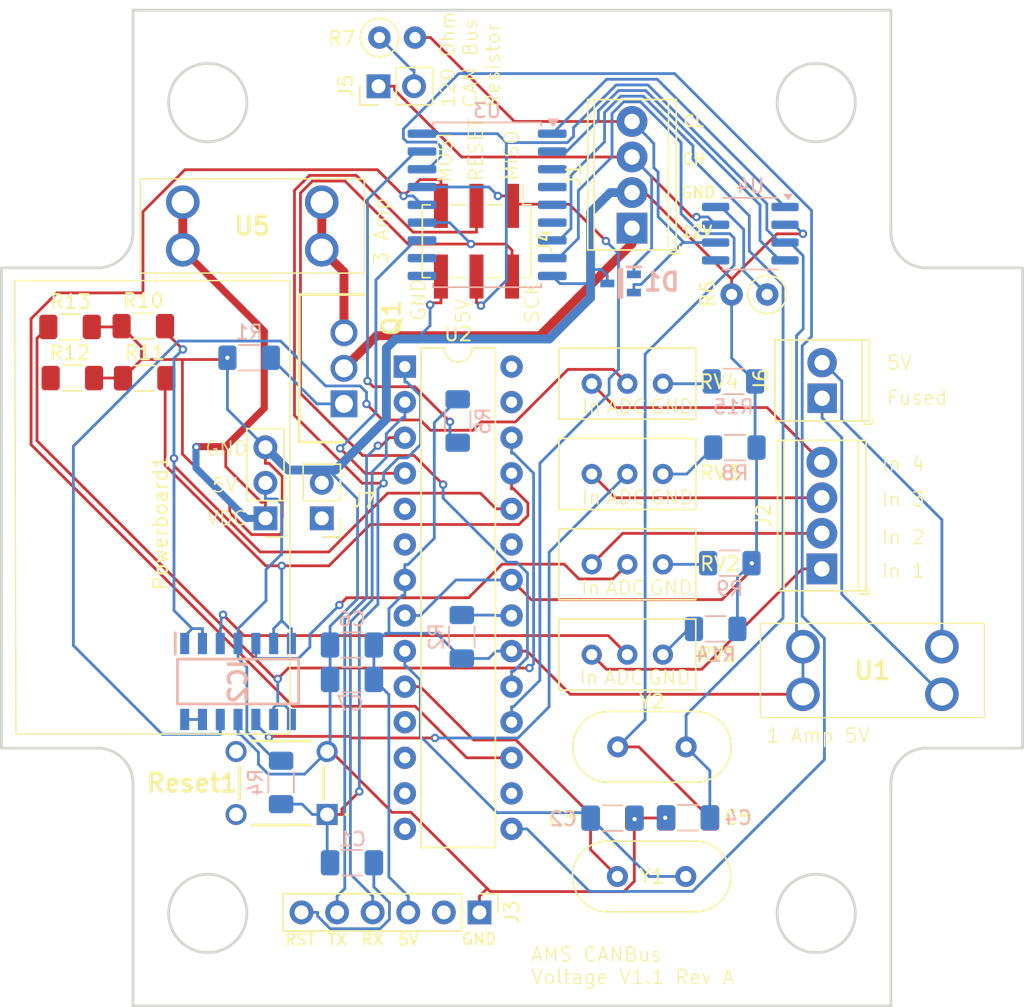
<source format=kicad_pcb>
(kicad_pcb (version 20241229) (generator "pcbnew") (generator_version "9.0")
  (layers (0 "F.Cu" signal) (2 "B.Cu" signal) (13 "F.Paste" user) (15 "B.Paste" user) (5 "F.SilkS" user "F.Silkscreen") (7 "B.SilkS" user "B.Silkscreen") (1 "F.Mask" user) (3 "B.Mask" user) (25 "Edge.Cuts" user))
  (net 0 "")
  (net 1 "GND")
  (net 2 "/BareMinAtmel328P/RESET")
  (net 3 "+5V")
  (net 4 "CANBUS_L")
  (net 5 "CANBUS_H")
  (net 6 "/BareMinAtmel328P/PB5-D13-SCK")
  (net 7 "/BareMinAtmel328P/PB3-D11-MOSI")
  (net 8 "/BareMinAtmel328P/PB4-D12-MISO")
  (net 9 "/BareMinAtmel328P/PD0-RX")
  (net 10 "/BareMinAtmel328P/PD1-TX")
  (net 11 "+VDC")
  (net 12 "/BareMinAtmel328P/PC2-A2")
  (net 13 "/BareMinAtmel328P/PD4-D4")
  (net 14 "/BareMinAtmel328P/PB0-D8")
  (net 15 "/BareMinAtmel328P/PC4-A4-SDA")
  (net 16 "/BareMinAtmel328P/PD7-D7")
  (net 17 "/BareMinAtmel328P/PD6-D6")
  (net 18 "/BareMinAtmel328P/PC1-A1")
  (net 19 "/BareMinAtmel328P/PB2-D10-SS")
  (net 20 "SCL")
  (net 21 "/BareMinAtmel328P/PD3-D3")
  (net 22 "/BareMinAtmel328P/PD5-D5")
  (net 23 "/BareMinAtmel328P/PC3-A3")
  (net 24 "/BareMinAtmel328P/PC0-A0")
  (net 25 "Net-(Q1-Pad1)")
  (net 26 "Net-(Q1-Pad3)")
  (net 27 "/BareMinAtmel328P/AREF")
  (net 30 "/BareMinAtmel328P/PB1-D9")
  (net 31 "/BareMinAtmel328P/PD2-D2")
  (net 32 "/CANBUS-MCP2515/RXtoCANTC")
  (net 33 "/CANBUS-MCP2515/TXtoCANTC")
  (net 34 "Net-(J3-Pin_6)")
  (net 35 "Net-(U2-XTAL1{slash}PB6)")
  (net 36 "Net-(U2-XTAL2{slash}PB7)")
  (net 37 "Net-(U3-OSC2)")
  (net 38 "Net-(U3-OSC1)")
  (net 39 "/BufferedADC/ADCIN1")
  (net 40 "/BufferedADC/ADCIN4")
  (net 41 "/BufferedADC/ADCIN2")
  (net 42 "/BufferedADC/ADCIN3")
  (net 43 "Net-(J1-Pin_1)")
  (net 44 "Net-(J2-Pin_2)")
  (net 45 "Net-(J2-Pin_3)")
  (net 46 "Net-(J2-Pin_4)")
  (net 47 "Net-(J2-Pin_1)")
  (net 49 "Net-(J5-Pin_2)")
  (net 50 "Net-(U3-~{RESET})")
  (net 51 "Net-(U4-Rs)")
  (net 59 "Net-(J6-Pin_2)")
  (net 60 "Net-(J6-Pin_1)")
  (net 61 "Net-(R8-Pad1)")
  (net 62 "Net-(R9-Pad1)")
  (net 63 "Net-(R14-Pad1)")
  (net 64 "Net-(R15-Pad1)")
  (net 65 "SDA")
  (footprint "Resistor_SMD:R_1206_3216Metric_Pad1.30x1.75mm_HandSolder" (layer "F.Cu") (at 122.2604 78.8725)
    (property "Reference" "R10")
    (property "Value" "47K")
  )
  (footprint "Capacitor_SMD:C_1206_3216Metric_Pad1.33x1.80mm_HandSolder" (layer "F.Cu") (at 155.7495 114.0148)
    (property "Reference" "C3")
    (property "Value" "22pf")
  )
  (footprint "Potentiometer_THT:Potentiometer_Bourns_3296W_Vertical" (layer "F.Cu") (at 154.2744 95.8852 180)
    (property "Reference" "RV2")
    (property "Value" "200k")
  )
  (footprint "TerminalBlock_TE-Connectivity:TerminalBlock_TE_282834-2_1x02_P2.54mm_Horizontal" (layer "F.Cu") (at 170.718 84.0223 90)
    (property "Reference" "J6")
    (property "Value" "Screw_Terminal_01x02")
  )
  (footprint "Potentiometer_THT:Potentiometer_Bourns_3296W_Vertical" (layer "F.Cu") (at 154.2744 89.4352 180)
    (property "Reference" "RV3")
    (property "Value" "200k")
  )
  (footprint "Resistor_THT:R_Axial_DIN0207_L6.3mm_D2.5mm_P2.54mm_Vertical" (layer "F.Cu") (at 139.1161 58.2607)
    (property "Reference" "R7")
    (property "Value" "120")
  )
  (footprint "TerminalBlock_Phoenix:TerminalBlock_Phoenix_MPT-0,5-4-2.54_1x04_P2.54mm_Horizontal" (layer "F.Cu") (at 157.148 71.8728 90)
    (property "Reference" "J1")
    (property "Value" "Power_And_CAN")
  )
  (footprint "Resistor_SMD:R_1206_3216Metric_Pad1.30x1.75mm_HandSolder" (layer "F.Cu") (at 117.0307 78.9287 180)
    (property "Reference" "R13")
    (property "Value" "47K")
  )
  (footprint "Connector_PinHeader_2.54mm:PinHeader_1x06_P2.54mm_Vertical" (layer "F.Cu") (at 146.2546 120.7442 -90)
    (property "Reference" "J3")
    (property "Value" "TTL_Programmer")
  )
  (footprint "Potentiometer_THT:Potentiometer_Bourns_3296W_Vertical" (layer "F.Cu") (at 154.2744 102.3352 180)
    (property "Reference" "RV1")
    (property "Value" "200k")
  )
  (footprint "SamacSys_Parts:3568" (layer "F.Cu") (at 134.9995 70.018 180)
    (property "Reference" "U5")
    (property "Value" "3568" (hide yes))
  )
  (footprint "Resistor_THT:R_Axial_DIN0207_L6.3mm_D2.5mm_P2.54mm_Vertical" (layer "F.Cu") (at 166.7991 76.611 180)
    (property "Reference" "R6")
    (property "Value" "17k")
  )
  (footprint "Resistor_SMD:R_1206_3216Metric_Pad1.30x1.75mm_HandSolder" (layer "F.Cu") (at 117.1942 82.5796 180)
    (property "Reference" "R12")
    (property "Value" "47K")
  )
  (footprint "Resistor_SMD:R_1206_3216Metric_Pad1.30x1.75mm_HandSolder" (layer "F.Cu") (at 122.3585 82.5931)
    (property "Reference" "R11")
    (property "Value" "47K")
  )
  (footprint "Connector_PinHeader_2.54mm:PinHeader_1x02_P2.54mm_Vertical" (layer "F.Cu") (at 135 92.6026 180)
    (property "Reference" "J7")
    (property "Value" "Conn_01x02")
  )
  (footprint "Connector_PinHeader_2.54mm:PinHeader_1x03_P2.54mm_Vertical" (layer "F.Cu") (at 130.9763 92.6026 180)
    (property "Reference" "Powerboard1")
    (property "Value" "Conn_01x03" (hide yes))
  )
  (footprint "Connector_PinHeader_2.54mm:PinHeader_2x03_P2.54mm_Vertical_SMD" (layer "F.Cu") (at 146.0451 72.807 -90)
    (property "Reference" "J4")
    (property "Value" "ICSP")
  )
  (footprint "Package_DIP:DIP-28_W7.62mm" (layer "F.Cu") (at 140.9295 81.7618)
    (property "Reference" "U2")
    (property "Value" "ATmega328P-P")
  )
  (footprint "Connector_PinHeader_2.54mm:PinHeader_1x02_P2.54mm_Vertical" (layer "F.Cu") (at 139.0496 61.7385 90)
    (property "Reference" "J5")
    (property "Value" "Conn_01x02")
  )
  (footprint "SamacSys_Parts:TO254P469X1042X1967-3P" (layer "F.Cu") (at 136.586 84.4236 90)
    (property "Reference" "Q1")
    (property "Value" "IRF9Z34NPBF" (hide yes))
  )
  (footprint "TerminalBlock_Phoenix:TerminalBlock_Phoenix_MPT-0,5-4-2.54_1x04_P2.54mm_Horizontal" (layer "F.Cu") (at 170.699 96.2121 90)
    (property "Reference" "J2")
    (property "Value" "Power_And_CAN")
  )
  (footprint "Potentiometer_THT:Potentiometer_Bourns_3296W_Vertical" (layer "F.Cu") (at 154.2744 82.9852 180)
    (property "Reference" "RV4")
    (property "Value" "200k")
  )
  (footprint "Crystal:Crystal_HC49-U_Vertical" (layer "F.Cu") (at 156.1297 108.9236)
    (property "Reference" "Y2")
    (property "Value" "16MHz")
  )
  (footprint "SamacSys_Parts:TS0266160BK260LCRD" (layer "F.Cu") (at 135.3853 113.7525 180)
    (property "Reference" "Reset1")
    (property "Value" "TS02-66-160-BK-260-LCR-D" (hide yes))
  )
  (footprint "Capacitor_SMD:C_1206_3216Metric_Pad1.33x1.80mm_HandSolder" (layer "F.Cu") (at 161.1495 114.0025 180)
    (property "Reference" "C5")
    (property "Value" "22pf")
  )
  (footprint "Crystal:Crystal_HC49-U_Vertical" (layer "F.Cu") (at 156.1048 118.178)
    (property "Reference" "Y1")
    (property "Value" "16MHz")
  )
  (footprint "SamacSys_Parts:3568" (layer "F.Cu") (at 179.2705 101.7662 180)
    (property "Reference" "U1")
    (property "Value" "3568" (hide yes))
  )
  (footprint "Capacitor_SMD:C_1206_3216Metric_Pad1.33x1.80mm_HandSolder" (layer "B.Cu") (at 155.762 114.0083)
    (property "Reference" "C2")
    (property "Value" "22pf")
  )
  (footprint "Package_SO:SOIC-8_3.9x4.9mm_P1.27mm" (layer "B.Cu") (at 165.5938 72.266 180)
    (property "Reference" "U4")
    (property "Value" "MCP2551-I-SN")
  )
  (footprint "Resistor_SMD:R_1206_3216Metric_Pad1.30x1.75mm_HandSolder" (layer "B.Cu") (at 164.488988 87.547934)
    (property "Reference" "R8")
    (property "Value" "1k")
  )
  (footprint "Resistor_SMD:R_1206_3216Metric_Pad1.30x1.75mm_HandSolder" (layer "B.Cu") (at 129.8143 81.1293 180)
    (property "Reference" "R1")
    (property "Value" "10k")
  )
  (footprint "Resistor_SMD:R_1206_3216Metric_Pad1.30x1.75mm_HandSolder" (layer "B.Cu") (at 132.0964 111.4623 -90)
    (property "Reference" "R4")
    (property "Value" "10k")
  )
  (footprint "Resistor_SMD:R_1206_3216Metric_Pad1.30x1.75mm_HandSolder" (layer "B.Cu") (at 164.383854 82.820428)
    (property "Reference" "R15")
    (property "Value" "1k")
  )
  (footprint "Capacitor_SMD:C_1206_3216Metric_Pad1.33x1.80mm_HandSolder" (layer "B.Cu") (at 161.1395 113.9834 180)
    (property "Reference" "C4")
    (property "Value" "22pf")
  )
  (footprint "Package_SO:SOIC-18W_7.5x11.6mm_P1.27mm" (layer "B.Cu") (at 146.8051 70.207 180)
    (property "Reference" "U3")
    (property "Value" "MCP2515-xSO")
  )
  (footprint "SamacSys_Parts:SOIC127P600X175-14N" (layer "B.Cu") (at 129.0233 104.2533 -90)
    (property "Reference" "IC2")
    (property "Value" "OPA4340UA" (hide yes))
  )
  (footprint "Resistor_SMD:R_1206_3216Metric_Pad1.30x1.75mm_HandSolder" (layer "B.Cu") (at 144.703 85.6468 90)
    (property "Reference" "R5")
    (property "Value" "10k")
  )
  (footprint "Capacitor_SMD:C_1206_3216Metric_Pad1.33x1.80mm_HandSolder" (layer "B.Cu") (at 137.1546 117.1997 180)
    (property "Reference" "C1")
    (property "Value" "100nf")
  )
  (footprint "Resistor_SMD:R_1206_3216Metric_Pad1.30x1.75mm_HandSolder" (layer "B.Cu") (at 163.121669 100.494307)
    (property "Reference" "R14")
    (property "Value" "1k")
  )
  (footprint "Resistor_SMD:R_1206_3216Metric_Pad1.30x1.75mm_HandSolder" (layer "B.Cu") (at 164.128429 95.803791)
    (property "Reference" "R9")
    (property "Value" "1k")
  )
  (footprint "Resistor_SMD:R_1206_3216Metric_Pad1.30x1.75mm_HandSolder" (layer "B.Cu") (at 144.9956 101.059 -90)
    (property "Reference" "R2")
    (property "Value" "4.7k")
  )
  (footprint "Capacitor_SMD:C_1206_3216Metric_Pad1.33x1.80mm_HandSolder" (layer "B.Cu") (at 137.1573 104.1156 180)
    (property "Reference" "C7")
    (property "Value" "100nf")
  )
  (footprint "SamacSys_Parts:SOT65P210X110-3N" (layer "B.Cu") (at 156.3314 75.8236 180)
    (property "Reference" "D1")
    (property "Value" "PESD5V0L2UU,115" (hide yes))
  )
  (footprint "Capacitor_SMD:C_1206_3216Metric_Pad1.33x1.80mm_HandSolder" (layer "B.Cu") (at 137.1536 101.6457 180)
    (property "Reference" "C6")
    (property "Value" "100nf")
  )
  (gr_line (start 132.728538 75.617463) (end 132.728538 108.002463) (stroke (width 0.1)) (layer "F.SilkS"))
  (gr_line (start 113.077021 75.617463) (end 113.170538 108.002463) (stroke (width 0.1)) (layer "F.SilkS"))
  (gr_line (start 132.728538 108.002463) (end 113.170538 108.002463) (stroke (width 0.1)) (layer "F.SilkS"))
  (gr_line (start 132.728538 75.617463) (end 113.077021 75.617463) (stroke (width 0.1)) (layer "F.SilkS"))
  (gr_curve (pts (xy 175.629317 111.545738) (xy 175.629317 110.142934) (xy 176.766514 109.005738) (xy 178.169317 109.005738)) (stroke (width 0.2)) (layer "Edge.Cuts"))
  (gr_line (start 121.5273 56.300729) (end 121.5273 72.175733) (stroke (width 0.2)) (layer "Edge.Cuts"))
  (gr_curve (pts (xy 118.9873 109.005738) (xy 120.390104 109.005738) (xy 121.5273 110.142934) (xy 121.5273 111.545738)) (stroke (width 0.2)) (layer "Edge.Cuts"))
  (gr_circle (center 170.295309 62.904725) (end 173.089309 62.904725) (stroke (width 0.2)) (fill no) (layer "Edge.Cuts"))
  (gr_line (start 175.629317 127.420721) (end 175.629317 111.545738) (stroke (width 0.2)) (layer "Edge.Cuts"))
  (gr_line (start 185.0273 74.715733) (end 178.169317 74.715733) (stroke (width 0.2)) (layer "Edge.Cuts"))
  (gr_line (start 118.9873 74.715733) (end 112.129317 74.715733) (stroke (width 0.2)) (layer "Edge.Cuts"))
  (gr_curve (pts (xy 121.5273 72.175733) (xy 121.5273 73.578537) (xy 120.390104 74.715733) (xy 118.9873 74.715733)) (stroke (width 0.2)) (layer "Edge.Cuts"))
  (gr_line (start 121.5273 111.545738) (end 121.5273 127.420721) (stroke (width 0.2)) (layer "Edge.Cuts"))
  (gr_line (start 112.129317 74.715733) (end 112.129317 109.005738) (stroke (width 0.2)) (layer "Edge.Cuts"))
  (gr_line (start 121.5273 127.420721) (end 175.629317 127.420721) (stroke (width 0.2)) (layer "Edge.Cuts"))
  (gr_circle (center 170.295309 120.816725) (end 173.089309 120.816725) (stroke (width 0.2)) (fill no) (layer "Edge.Cuts"))
  (gr_line (start 175.629317 56.300729) (end 121.5273 56.300729) (stroke (width 0.2)) (layer "Edge.Cuts"))
  (gr_line (start 178.169317 109.005738) (end 185.0273 109.005738) (stroke (width 0.2)) (layer "Edge.Cuts"))
  (gr_circle (center 126.861309 62.904725) (end 129.655309 62.904725) (stroke (width 0.2)) (fill no) (layer "Edge.Cuts"))
  (gr_line (start 185.0273 109.005738) (end 185.0273 74.715733) (stroke (width 0.2)) (layer "Edge.Cuts"))
  (gr_line (start 112.129317 109.005738) (end 118.9873 109.005738) (stroke (width 0.2)) (layer "Edge.Cuts"))
  (gr_circle (center 126.861309 120.816725) (end 129.655309 120.816725) (stroke (width 0.2)) (fill no) (layer "Edge.Cuts"))
  (gr_curve (pts (xy 178.169317 74.715733) (xy 176.766514 74.715733) (xy 175.629317 73.578537) (xy 175.629317 72.175733)) (stroke (width 0.2)) (layer "Edge.Cuts"))
  (gr_line (start 175.629317 72.175733) (end 175.629317 56.300729) (stroke (width 0.2)) (layer "Edge.Cuts"))
  (gr_text "GND" (at 142.490484 78.577179 90) (layer "F.SilkS") (effects (font (size 1 1) (thickness 0.1)) (justify left bottom)))
  (gr_text "120 Ohm \nCAN Bus \nResistor" (at 147.795716 63.344447 90) (layer "F.SilkS") (effects (font (size 1 1) (thickness 0.1)) (justify left bottom)))
  (gr_text "Fused" (at 175.267294 84.559707 0) (layer "F.SilkS") (effects (font (size 1 1) (thickness 0.1)) (justify left bottom)))
  (gr_text "In 2" (at 174.901724 94.540092 0) (layer "F.SilkS") (effects (font (size 1 1) (thickness 0.1)) (justify left bottom)))
  (gr_text "GND" (at 158.401355 85.211499 0) (layer "F.SilkS") (effects (font (size 1 1) (thickness 0.1)) (justify left bottom)))
  (gr_text "In 1" (at 174.901724 96.930586 0) (layer "F.SilkS") (effects (font (size 1 1) (thickness 0.1)) (justify left bottom)))
  (gr_text "GND" (at 158.3953 91.699028 0) (layer "F.SilkS") (effects (font (size 1 1) (thickness 0.1)) (justify left bottom)))
  (gr_text "CH" (at 160.638887 67.408059 0) (layer "F.SilkS") (effects (font (size 0.8 0.8) (thickness 0.15) (bold yes)) (justify left bottom)))
  (gr_text "In 3" (at 174.901724 91.841147 0) (layer "F.SilkS") (effects (font (size 1 1) (thickness 0.1)) (justify left bottom)))
  (gr_text "CL" (at 160.718628 64.696854 0) (layer "F.SilkS") (effects (font (size 0.8 0.8) (thickness 0.15) (bold yes)) (justify left bottom)))
  (gr_text "ADC" (at 155.199948 98.144199 0) (layer "F.SilkS") (effects (font (size 1 1) (thickness 0.1)) (justify left bottom)))
  (gr_text "SCK" (at 150.595068 78.714346 90) (layer "F.SilkS") (effects (font (size 1 1) (thickness 0.1)) (justify left bottom)))
  (gr_text "GND" (at 144.902849 123.130049 0) (layer "F.SilkS") (effects (font (size 0.8 0.8) (thickness 0.15) (bold yes)) (justify left bottom)))
  (gr_text "ADC" (at 155.260469 85.211499 0) (layer "F.SilkS") (effects (font (size 1 1) (thickness 0.1)) (justify left bottom)))
  (gr_text "In " (at 153.438873 98.144199 0) (layer "F.SilkS") (effects (font (size 1 1) (thickness 0.1)) (justify left bottom)))
  (gr_text "RST" (at 132.279025 123.156799 0) (layer "F.SilkS") (effects (font (size 0.8 0.8) (thickness 0.15) (bold yes)) (justify left bottom)))
  (gr_text "5V" (at 140.358383 123.156799 0) (layer "F.SilkS") (effects (font (size 0.8 0.8) (thickness 0.15) (bold yes)) (justify left bottom)))
  (gr_text "5V" (at 175.267294 82.066396 0) (layer "F.SilkS") (effects (font (size 1 1) (thickness 0.1)) (justify left bottom)))
  (gr_text "MOSI" (at 144.39639 68.697574 90) (layer "F.SilkS") (effects (font (size 1 1) (thickness 0.1)) (justify left bottom)))
  (gr_text "In " (at 153.493339 91.699028 0) (layer "F.SilkS") (effects (font (size 1 1) (thickness 0.1)) (justify left bottom)))
  (gr_text "GND" (at 160.559146 69.800299 0) (layer "F.SilkS") (effects (font (size 0.8 0.8) (thickness 0.15) (bold yes)) (justify left bottom)))
  (gr_text "GND" (at 158.218285 104.557597 0) (layer "F.SilkS") (effects (font (size 1 1) (thickness 0.1)) (justify left bottom)))
  (gr_text "RX" (at 137.744473 123.144293 0) (layer "F.SilkS") (effects (font (size 0.8 0.8) (thickness 0.15) (bold yes)) (justify left bottom)))
  (gr_text "GND" (at 126.612709 88.188441 0) (layer "F.SilkS") (effects (font (size 1 1) (thickness 0.1)) (justify left bottom)))
  (gr_text "ADC" (at 155.077399 104.557597 0) (layer "F.SilkS") (effects (font (size 1 1) (thickness 0.1)) (justify left bottom)))
  (gr_text "In " (at 153.316324 104.557597 0) (layer "F.SilkS") (effects (font (size 1 1) (thickness 0.1)) (justify left bottom)))
  (gr_text "TX" (at 135.318165 123.169306 0) (layer "F.SilkS") (effects (font (size 0.8 0.8) (thickness 0.15) (bold yes)) (justify left bottom)))
  (gr_text "12V" (at 160.559146 72.591246 0) (layer "F.SilkS") (effects (font (size 0.8 0.8) (thickness 0.15) (bold yes)) (justify left bottom)))
  (gr_text "AMS CANBus\nVoltage V1.1 Rev A" (at 149.872383 125.946237 0) (layer "F.SilkS") (effects (font (size 1 1) (thickness 0.1)) (justify left bottom)))
  (gr_text "In " (at 153.499394 85.211499 0) (layer "F.SilkS") (effects (font (size 1 1) (thickness 0.1)) (justify left bottom)))
  (gr_text "5V" (at 127.091727 90.818777 0) (layer "F.SilkS") (effects (font (size 1 1) (thickness 0.1)) (justify left bottom)))
  (gr_text "3 Amp" (at 139.829903 74.55505 90) (layer "F.SilkS") (effects (font (size 1 1) (thickness 0.1)) (justify left bottom)))
  (gr_text "ADC" (at 155.254414 91.699028 0) (layer "F.SilkS") (effects (font (size 1 1) (thickness 0.1)) (justify left bottom)))
  (gr_text "In 4\n" (at 174.901724 89.296428 0) (layer "F.SilkS") (effects (font (size 1 1) (thickness 0.1)) (justify left bottom)))
  (gr_text "GND" (at 158.340834 98.144199 0) (layer "F.SilkS") (effects (font (size 1 1) (thickness 0.1)) (justify left bottom)))
  (gr_text "VDC" (at 126.730054 93.184004 0) (layer "F.SilkS") (effects (font (size 1 1) (thickness 0.1)) (justify left bottom)))
  (gr_text "MISO" (at 149.134678 68.555049 90) (layer "F.SilkS") (effects (font (size 1 1) (thickness 0.1)) (justify left bottom)))
  (gr_text "1 Amp 5V" (at 166.686005 108.694535 0) (layer "F.SilkS") (effects (font (size 1 1) (thickness 0.1)) (justify left bottom)))
  (gr_text "RESET" (at 146.592921 68.609515 90) (layer "F.SilkS") (effects (font (size 1 1) (thickness 0.1)) (justify left bottom)))
  (gr_text "5V" (at 145.665874 78.768812 90) (layer "F.SilkS") (effects (font (size 1 1) (thickness 0.1)) (justify left bottom)))
  (segment (start 120.8085 82.5796) (end 122.1316 81.2565) (width 0.2) (layer "F.Cu") (net 1))
  (segment (start 128.4299 92.1936) (end 129.9961 93.7598) (width 0.2) (layer "F.Cu") (net 1))
  (segment (start 131.9896 93.7598) (end 132.1778 93.5716) (width 0.2) (layer "F.Cu") (net 1))
  (segment (start 146.2546 119.5925) (end 146.8092 119.0379) (width 0.2) (layer "F.Cu") (net 1))
  (segment (start 120.7104 78.9287) (end 118.5807 78.9287) (width 0.2) (layer "F.Cu") (net 1))
  (segment (start 141.3716 113.6003) (end 140.0225 113.6003) (width 0.2) (layer "F.Cu") (net 1))
  (segment (start 130.9763 87.5226) (end 130.9763 88.6743) (width 0.2) (layer "F.Cu") (net 1))
  (segment (start 120.8085 82.5796) (end 118.7442 82.5796) (width 0.2) (layer "F.Cu") (net 1))
  (segment (start 125.0503 81.2565) (end 125.0503 88.0031) (width 0.2) (layer "F.Cu") (net 1))
  (segment (start 125.0503 88.0031) (end 128.4299 91.3827) (width 0.2) (layer "F.Cu") (net 1))
  (segment (start 128.1371 81.2565) (end 128.2643 81.1293) (width 0.2) (layer "F.Cu") (net 1))
  (segment (start 143.5051 75.332) (end 143.5051 77.2087) (width 0.2) (layer "F.Cu") (net 1))
  (segment (start 165.696705 95.807912) (end 165.696705 96.273605) (width 0.2) (layer "F.Cu") (net 1))
  (segment (start 146.8092 119.0379) (end 141.3716 113.6003) (width 0.2) (layer "F.Cu") (net 1))
  (segment (start 156.574 119.2574) (end 147.0287 119.2574) (width 0.2) (layer "F.Cu") (net 1))
  (segment (start 157.312 114.0148) (end 157.312 114.064873) (width 0.2) (layer "F.Cu") (net 1))
  (segment (start 149.952746 98.405046) (end 163.565264 98.405046) (width 0.2) (layer "F.Cu") (net 1))
  (segment (start 157.33321 114.086083) (end 157.416793 114.0025) (width 0.2) (layer "F.Cu") (net 1))
  (segment (start 147.0287 119.2574) (end 146.8092 119.0379) (width 0.2) (layer "F.Cu") (net 1))
  (segment (start 122.1316 80.3499) (end 120.7104 78.9287) (width 0.2) (layer "F.Cu") (net 1))
  (segment (start 157.312 114.107293) (end 157.312 118.5194) (width 0.2) (layer "F.Cu") (net 1))
  (segment (start 146.2546 120.7442) (end 146.2546 119.5925) (width 0.2) (layer "F.Cu") (net 1))
  (segment (start 132.1778 89.6073) (end 131.2448 88.6743) (width 0.2) (layer "F.Cu") (net 1))
  (segment (start 157.312 114.064873) (end 157.33321 114.086083) (width 0.2) (layer "F.Cu") (net 1))
  (segment (start 140.0225 113.6003) (end 135.6747 109.2525) (width 0.2) (layer "F.Cu") (net 1))
  (segment (start 122.1316 81.2565) (end 128.1371 81.2565) (width 0.2) (layer "F.Cu") (net 1))
  (segment (start 164.2591 75.51) (end 167.49 72.2791) (width 0.2) (layer "F.Cu") (net 1))
  (segment (start 148.5495 97.0018) (end 149.952746 98.405046) (width 0.2) (layer "F.Cu") (net 1))
  (segment (start 143.5051 77.2087) (end 142.8678 77.2087) (width 0.2) (layer "F.Cu") (net 1))
  (segment (start 165.696705 96.273605) (end 163.565264 98.405046) (width 0.2) (layer "F.Cu") (net 1))
  (segment (start 157.312 118.5194) (end 156.574 119.2574) (width 0.2) (layer "F.Cu") (net 1))
  (segment (start 122.1316 81.2565) (end 122.1316 80.3499) (width 0.2) (layer "F.Cu") (net 1))
  (segment (start 128.4299 91.3827) (end 128.4299 92.1936) (width 0.2) (layer "F.Cu") (net 1))
  (segment (start 131.2448 88.6743) (end 130.9763 88.6743) (width 0.2) (layer "F.Cu") (net 1))
  (segment (start 164.2591 76.611) (end 164.2591 75.51) (width 0.2) (layer "F.Cu") (net 1))
  (segment (start 167.49 72.2791) (end 169.3534 72.2791) (width 0.2) (layer "F.Cu") (net 1))
  (segment (start 158.0819 69.3328) (end 164.2591 75.51) (width 0.2) (layer "F.Cu") (net 1))
  (segment (start 129.9961 93.7598) (end 131.9896 93.7598) (width 0.2) (layer "F.Cu") (net 1))
  (segment (start 157.33321 114.086083) (end 157.312 114.107293) (width 0.2) (layer "F.Cu") (net 1))
  (segment (start 142.8678 77.2087) (end 142.731 77.3455) (width 0.2) (layer "F.Cu") (net 1))
  (segment (start 132.1778 93.5716) (end 132.1778 89.6073) (width 0.2) (layer "F.Cu") (net 1))
  (segment (start 157.416793 114.0025) (end 159.587 114.0025) (width 0.2) (layer "F.Cu") (net 1))
  (via (at 142.731 77.3455) (size 0.6) (drill 0.3) (layers "F.Cu" "B.Cu") (net 1))
  (via (at 159.518385 113.990557) (size 0.6) (drill 0.3) (layers "F.Cu" "B.Cu") (net 1))
  (via (at 157.33321 114.086083) (size 0.6) (drill 0.3) (layers "F.Cu" "B.Cu") (net 1))
  (via (at 169.3534 72.2791) (size 0.6) (drill 0.3) (layers "F.Cu" "B.Cu") (net 1))
  (via (at 165.696705 95.807912) (size 0.6) (drill 0.3) (layers "F.Cu" "B.Cu") (net 1))
  (via (at 128.2643 81.1293) (size 0.6) (drill 0.3) (layers "F.Cu" "B.Cu") (net 1))
  (segment (start 151.245 79.7892) (end 154.187 76.848) (width 0.635) (layer "B.Cu") (net 1))
  (segment (start 164.671669 96.810551) (end 165.674308 95.807912) (width 0.2) (layer "B.Cu") (net 1))
  (segment (start 166.038988 87.547934) (end 166.038988 95.443232) (width 0.2) (layer "B.Cu") (net 1))
  (segment (start 168.7053 71.631) (end 169.3534 72.2791) (width 0.2) (layer "B.Cu") (net 1))
  (segment (start 165.933854 82.820428) (end 165.933854 87.4428) (width 0.2) (layer "B.Cu") (net 1))
  (segment (start 165.674308 95.807912) (end 165.696705 95.807912) (width 0.2) (layer "B.Cu") (net 1))
  (segment (start 152.0047 75.8366) (end 151.4551 75.287) (width 0.2) (layer "B.Cu") (net 1))
  (segment (start 128.2643 84.8106) (end 130.9763 87.5226) (width 0.2) (layer "B.Cu") (net 1))
  (segment (start 139.612 85.5097) (end 139.612 80.4443) (width 0.635) (layer "B.Cu") (net 1))
  (segment (start 139.612 80.4443) (end 140.267 79.7892) (width 0.635) (layer "B.Cu") (net 1))
  (segment (start 137.5553 98.3473) (end 135.5911 100.3115) (width 0.2) (layer "B.Cu") (net 1))
  (segment (start 164.2591 81.145674) (end 165.933854 82.820428) (width 0.2) (layer "B.Cu") (net 1))
  (segment (start 154.187 76.848) (end 154.187 75.8366) (width 0.635) (layer "B.Cu") (net 1))
  (segment (start 164.2591 76.611) (end 164.2591 81.145674) (width 0.2) (layer "B.Cu") (net 1))
  (segment (start 132.6024 89.1487) (end 130.9763 87.5226) (width 0.635) (layer "B.Cu") (net 1))
  (segment (start 131.1843 110.8658) (end 133.772 110.8658) (width 0.2) (layer "B.Cu") (net 1))
  (segment (start 144.5712 97.0018) (end 142.0312 99.5418) (width 0.2) (layer "B.Cu") (net 1))
  (segment (start 135.973 89.1487) (end 139.612 85.5097) (width 0.635) (layer "B.Cu") (net 1))
  (segment (start 129.0233 108.0295) (end 129.2025 108.0295) (width 0.2) (layer "B.Cu") (net 1))
  (segment (start 140.9295 99.5418) (end 142.0312 99.5418) (width 0.2) (layer "B.Cu") (net 1))
  (segment (start 151.7299 75.5618) (end 151.4551 75.287) (width 0.2) (layer "B.Cu") (net 1))
  (segment (start 130.4783 110.1598) (end 131.1843 110.8658) (width 0.2) (layer "B.Cu") (net 1))
  (segment (start 155.592 69.3328) (end 157.148 69.3328) (width 0.635) (layer "B.Cu") (net 1))
  (segment (start 129.2025 108.0295) (end 130.4783 109.3053) (width 0.2) (layer "B.Cu") (net 1))
  (segment (start 140.267 79.7892) (end 141.7739 79.7892) (width 0.635) (layer "B.Cu") (net 1))
  (segment (start 128.2643 81.160478) (end 128.2643 84.8106) (width 0.2) (layer "B.Cu") (net 1))
  (segment (start 154.187 75.8366) (end 154.187 74.8252) (width 0.635) (layer "B.Cu") (net 1))
  (segment (start 154.9597 74.8252) (end 155.3814 75.2469) (width 0.2) (layer "B.Cu") (net 1))
  (segment (start 130.4783 109.3053) (end 130.4783 110.1598) (width 0.2) (layer "B.Cu") (net 1))
  (segment (start 148.5495 97.0018) (end 144.5712 97.0018) (width 0.2) (layer "B.Cu") (net 1))
  (segment (start 154.187 75.8366) (end 152.0047 75.8366) (width 0.2) (layer "B.Cu") (net 1))
  (segment (start 165.696705 95.807912) (end 165.696705 95.785515) (width 0.2) (layer "B.Cu") (net 1))
  (segment (start 142.731 78.8321) (end 142.731 77.3455) (width 0.2) (layer "B.Cu") (net 1))
  (segment (start 133.772 110.8658) (end 135.3853 109.2525) (width 0.2) (layer "B.Cu") (net 1))
  (segment (start 135.485 89.1487) (end 137.5553 91.219) (width 0.2) (layer "B.Cu") (net 1))
  (segment (start 135.973 89.1487) (end 132.6024 89.1487) (width 0.635) (layer "B.Cu") (net 1))
  (segment (start 151.73 75.5618) (end 151.7299 75.5618) (width 0.2) (layer "B.Cu") (net 1))
  (segment (start 141.7739 79.7892) (end 142.731 78.8321) (width 0.2) (layer "B.Cu") (net 1))
  (segment (start 154.187 74.8252) (end 154.187 70.7386) (width 0.635) (layer "B.Cu") (net 1))
  (segment (start 137.5553 91.219) (end 137.5553 98.3473) (width 0.2) (layer "B.Cu") (net 1))
  (segment (start 165.696705 95.785515) (end 165.678429 95.803791) (width 0.2) (layer "B.Cu") (net 1))
  (segment (start 154.187 74.8252) (end 154.9597 74.8252) (width 0.2) (layer "B.Cu") (net 1))
  (segment (start 129.0233 107.4774) (end 129.0233 108.0295) (width 0.2) (layer "B.Cu") (net 1))
  (segment (start 154.187 70.7386) (end 155.592 69.3328) (width 0.635) (layer "B.Cu") (net 1))
  (segment (start 135.5948 104.1156) (end 135.5948 109.043) (width 0.2) (layer "B.Cu") (net 1))
  (segment (start 128.2643 81.1293) (end 128.2643 81.139082) (width 0.2) (layer "B.Cu") (net 1))
  (segment (start 135.5911 100.3115) (end 135.5911 101.6457) (width 0.2) (layer "B.Cu") (net 1))
  (segment (start 141.7739 79.7892) (end 151.245 79.7892) (width 0.635) (layer "B.Cu") (net 1))
  (segment (start 164.671669 100.494307) (end 164.671669 96.810551) (width 0.2) (layer "B.Cu") (net 1))
  (segment (start 135.5948 101.6494) (end 135.5948 104.1156) (width 0.2) (layer "B.Cu") (net 1))
  (segment (start 155.3814 75.8236) (end 155.3814 75.2469) (width 0.2) (layer "B.Cu") (net 1))
  (segment (start 133.0519 69.174) (end 133.0519 85.2494) (width 0.2) (layer "F.Cu") (net 2))
  (segment (start 137.4608 68.1032) (end 134.1227 68.1032) (width 0.2) (layer "F.Cu") (net 2))
  (segment (start 134.1227 68.1032) (end 133.0519 69.174) (width 0.2) (layer "F.Cu") (net 2))
  (segment (start 133.0519 85.2494) (end 137.8927 90.0902) (width 0.2) (layer "F.Cu") (net 2))
  (segment (start 146.0451 72.1587) (end 141.5163 72.1587) (width 0.2) (layer "F.Cu") (net 2))
  (segment (start 146.0451 70.282) (end 146.0451 72.1587) (width 0.2) (layer "F.Cu") (net 2))
  (segment (start 137.8927 90.0902) (end 139.4129 90.0902) (width 0.2) (layer "F.Cu") (net 2))
  (segment (start 136.437 113.7525) (end 136.437 113.3533) (width 0.2) (layer "F.Cu") (net 2))
  (segment (start 135.3853 113.7525) (end 136.437 113.7525) (width 0.2) (layer "F.Cu") (net 2))
  (segment (start 141.5163 72.1587) (end 137.4608 68.1032) (width 0.2) (layer "F.Cu") (net 2))
  (segment (start 136.437 113.3533) (end 137.6808 112.1095) (width 0.2) (layer "F.Cu") (net 2))
  (via (at 137.6808 112.1095) (size 0.6) (drill 0.3) (layers "F.Cu" "B.Cu") (net 2))
  (via (at 139.4129 90.0902) (size 0.6) (drill 0.3) (layers "F.Cu" "B.Cu") (net 2))
  (segment (start 141.0672 82.8635) (end 142.0512 83.8475) (width 0.2) (layer "B.Cu") (net 2))
  (segment (start 142.0512 83.8475) (end 142.0512 87.3366) (width 0.2) (layer "B.Cu") (net 2))
  (segment (start 135.3853 113.7525) (end 134.3336 113.7525) (width 0.2) (layer "B.Cu") (net 2))
  (segment (start 140.9295 82.8635) (end 141.0672 82.8635) (width 0.2) (layer "B.Cu") (net 2))
  (segment (start 139.0065 98.7415) (end 137.6808 100.0672) (width 0.2) (layer "B.Cu") (net 2))
  (segment (start 141.1077 88.2801) (end 140.4731 88.2801) (width 0.2) (layer "B.Cu") (net 2))
  (segment (start 142.0512 87.3366) (end 141.1077 88.2801) (width 0.2) (layer "B.Cu") (net 2))
  (segment (start 135.3853 116.9929) (end 135.3853 113.7525) (width 0.2) (layer "B.Cu") (net 2))
  (segment (start 139.4129 90.0902) (end 139.0065 90.4966) (width 0.2) (layer "B.Cu") (net 2))
  (segment (start 139.4129 89.3403) (end 139.4129 90.0902) (width 0.2) (layer "B.Cu") (net 2))
  (segment (start 133.5934 113.0123) (end 134.3336 113.7525) (width 0.2) (layer "B.Cu") (net 2))
  (segment (start 139.0065 90.4966) (end 139.0065 98.7415) (width 0.2) (layer "B.Cu") (net 2))
  (segment (start 132.0964 113.0123) (end 133.5934 113.0123) (width 0.2) (layer "B.Cu") (net 2))
  (segment (start 140.4731 88.2801) (end 139.4129 89.3403) (width 0.2) (layer "B.Cu") (net 2))
  (segment (start 137.6808 100.0672) (end 137.6808 112.1095) (width 0.2) (layer "B.Cu") (net 2))
  (segment (start 140.9295 81.7618) (end 140.9295 82.8635) (width 0.2) (layer "B.Cu") (net 2))
  (segment (start 146.0451 75.332) (end 146.0451 77.2087) (width 0.2) (layer "F.Cu") (net 3))
  (segment (start 169.3505 105.1662) (end 152.7356 105.1662) (width 0.2) (layer "F.Cu") (net 3))
  (segment (start 146.0451 77.2087) (end 146.1601 77.2087) (width 0.2) (layer "F.Cu") (net 3))
  (segment (start 152.7356 105.1662) (end 149.6512 102.0818) (width 0.2) (layer "F.Cu") (net 3))
  (segment (start 148.5495 102.0818) (end 149.6512 102.0818) (width 0.2) (layer "F.Cu") (net 3))
  (segment (start 146.1601 77.2087) (end 146.363 77.4116) (width 0.2) (layer "F.Cu") (net 3))
  (via (at 146.363 77.4116) (size 0.6) (drill 0.3) (layers "F.Cu" "B.Cu") (net 3))
  (segment (start 139.7964 100.8118) (end 139.5537 100.8118) (width 0.2) (layer "B.Cu") (net 3))
  (segment (start 129.65 103.2322) (end 129.65 107.8558) (width 0.2) (layer "B.Cu") (net 3))
  (segment (start 129.0233 101.0092) (end 129.0233 100.4771) (width 0.2) (layer "B.Cu") (net 3))
  (segment (start 169.3695 79.0727) (end 168.8919 79.5503) (width 0.2) (layer "B.Cu") (net 3))
  (segment (start 132.0698 95.2109) (end 131.0185 96.2622) (width 0.2) (layer "B.Cu") (net 3))
  (segment (start 168.8919 79.5503) (end 168.8919 101.3076) (width 0.2) (layer "B.Cu") (net 3))
  (segment (start 158.287 61.6435) (end 166.7714 70.1279) (width 0.2) (layer "B.Cu") (net 3))
  (segment (start 143.0328 94.0251) (end 143.0328 85.767) (width 0.2) (layer "B.Cu") (net 3))
  (segment (start 148.5495 102.0818) (end 147.4478 102.0818) (width 0.2) (layer "B.Cu") (net 3))
  (segment (start 132.1314 95.2109) (end 132.0698 95.2109) (width 0.2) (layer "B.Cu") (net 3))
  (segment (start 139.788 118.2059) (end 139.788 105.1838) (width 0.2) (layer "B.Cu") (net 3))
  (segment (start 131.7908 91.2143) (end 132.1314 91.5549) (width 0.2) (layer "B.Cu") (net 3))
  (segment (start 139.7964 99.0568) (end 139.7964 100.8118) (width 0.2) (layer "B.Cu") (net 3))
  (segment (start 141.1746 120.7442) (end 141.1746 119.5925) (width 0.2) (layer "B.Cu") (net 3))
  (segment (start 147.5398 65.127) (end 148.1748 65.762) (width 0.2) (layer "B.Cu") (net 3))
  (segment (start 129.0233 102.6055) (end 129.65 103.2322) (width 0.2) (layer "B.Cu") (net 3))
  (segment (start 143.1984 100.8118) (end 139.7964 100.8118) (width 0.2) (layer "B.Cu") (net 3))
  (segment (start 152.9744 65.3169) (end 152.9744 64.6904) (width 0.2) (layer "B.Cu") (net 3))
  (segment (start 132.1314 91.5549) (end 132.1314 95.2109) (width 0.2) (layer "B.Cu") (net 3))
  (segment (start 141.1746 119.5925) (end 139.788 118.2059) (width 0.2) (layer "B.Cu") (net 3))
  (segment (start 152.9744 64.6904) (end 156.0213 61.6435) (width 0.2) (layer "B.Cu") (net 3))
  (segment (start 169.3695 73.8497) (end 169.3695 79.0727) (width 0.2) (layer "B.Cu") (net 3))
  (segment (start 130.9763 91.2143) (end 131.7908 91.2143) (width 0.2) (layer "B.Cu") (net 3))
  (segment (start 129.65 107.8558) (end 131.7065 109.9123) (width 0.2) (layer "B.Cu") (net 3))
  (segment (start 143.0328 85.767) (end 144.703 84.0968) (width 0.2) (layer "B.Cu") (net 3))
  (segment (start 166.7714 70.1279) (end 166.7714 71.9772) (width 0.2) (layer "B.Cu") (net 3))
  (segment (start 140.9295 97.0018) (end 140.9295 98.1035) (width 0.2) (layer "B.Cu") (net 3))
  (segment (start 140.7497 98.1035) (end 139.7964 99.0568) (width 0.2) (layer "B.Cu") (net 3))
  (segment (start 168.4208 72.901) (end 169.3695 73.8497) (width 0.2) (layer "B.Cu") (net 3))
  (segment (start 130.9763 90.0626) (end 130.9763 91.2143) (width 0.2) (layer "B.Cu") (net 3))
  (segment (start 144.9956 102.609) (end 143.1984 100.8118) (width 0.2) (layer "B.Cu") (net 3))
  (segment (start 131.0185 98.4819) (end 129.0233 100.4771) (width 0.2) (layer "B.Cu") (net 3))
  (segment (start 140.9295 95.9001) (end 141.1578 95.9001) (width 0.2) (layer "B.Cu") (net 3))
  (segment (start 139.788 105.1838) (end 138.7198 104.1156) (width 0.2) (layer "B.Cu") (net 3))
  (segment (start 140.9295 98.1035) (end 140.7497 98.1035) (width 0.2) (layer "B.Cu") (net 3))
  (segment (start 141.1578 95.9001) (end 143.0328 94.0251) (width 0.2) (layer "B.Cu") (net 3))
  (segment (start 148.1748 65.762) (end 148.1748 75.5998) (width 0.2) (layer "B.Cu") (net 3))
  (segment (start 129.0233 101.5413) (end 129.0233 102.6055) (width 0.2) (layer "B.Cu") (net 3))
  (segment (start 140.9295 96.4509) (end 140.9295 95.9001) (width 0.2) (layer "B.Cu") (net 3))
  (segment (start 152.5293 65.762) (end 152.9744 65.3169) (width 0.2) (layer "B.Cu") (net 3))
  (segment (start 146.9206 102.609) (end 144.9956 102.609) (width 0.2) (layer "B.Cu") (net 3))
  (segment (start 139.5537 100.8118) (end 138.7198 101.6457) (width 0.2) (layer "B.Cu") (net 3))
  (segment (start 142.1551 65.127) (end 147.5398 65.127) (width 0.2) (layer "B.Cu") (net 3))
  (segment (start 138.7198 101.6457) (end 138.7198 104.1156) (width 0.2) (layer "B.Cu") (net 3))
  (segment (start 166.7714 71.9772) (end 167.6952 72.901) (width 0.2) (layer "B.Cu") (net 3))
  (segment (start 131.0185 96.2622) (end 131.0185 98.4819) (width 0.2) (layer "B.Cu") (net 3))
  (segment (start 147.4478 102.0818) (end 146.9206 102.609) (width 0.2) (layer "B.Cu") (net 3))
  (segment (start 156.0213 61.6435) (end 158.287 61.6435) (width 0.2) (layer "B.Cu") (net 3))
  (segment (start 169.3505 105.1662) (end 169.3505 101.7662) (width 0.2) (layer "B.Cu") (net 3))
  (segment (start 148.1748 65.762) (end 152.5293 65.762) (width 0.2) (layer "B.Cu") (net 3))
  (segment (start 148.1748 75.5998) (end 146.363 77.4116) (width 0.2) (layer "B.Cu") (net 3))
  (segment (start 157.148 64.2528) (end 148.7499 64.2528) (width 0.2) (layer "F.Cu") (net 4))
  (segment (start 148.7499 64.2528) (end 142.7578 58.2607) (width 0.2) (layer "F.Cu") (net 4))
  (segment (start 141.6561 58.2607) (end 142.7578 58.2607) (width 0.2) (layer "F.Cu") (net 4))
  (segment (start 163.1188 72.901) (end 160.854 72.901) (width 0.2) (layer "B.Cu") (net 4))
  (segment (start 157.2814 75.8969) (end 157.786 75.8969) (width 0.2) (layer "B.Cu") (net 4))
  (segment (start 157.2814 76.4736) (end 157.2814 75.8969) (width 0.2) (layer "B.Cu") (net 4))
  (segment (start 158.7019 65.83) (end 158.7019 67.5569) (width 0.2) (layer "B.Cu") (net 4))
  (segment (start 159.012 71.059) (end 160.818 72.8649) (width 0.2) (layer "B.Cu") (net 4))
  (segment (start 159.012 67.867) (end 159.012 71.059) (width 0.2) (layer "B.Cu") (net 4))
  (segment (start 158.7019 67.5569) (end 159.012 67.867) (width 0.2) (layer "B.Cu") (net 4))
  (segment (start 160.854 72.901) (end 160.818 72.8649) (width 0.2) (layer "B.Cu") (net 4))
  (segment (start 158.5002 65.605) (end 158.5002 65.6283) (width 0.2) (layer "B.Cu") (net 4))
  (segment (start 158.5002 65.6283) (end 158.7019 65.83) (width 0.2) (layer "B.Cu") (net 4))
  (segment (start 157.786 75.8969) (end 160.818 72.8649) (width 0.2) (layer "B.Cu") (net 4))
  (segment (start 157.148 64.2528) (end 158.5002 65.605) (width 0.2) (layer "B.Cu") (net 4))
  (segment (start 140.2013 62.0084) (end 144.9857 66.7928) (width 0.2) (layer "F.Cu") (net 5))
  (segment (start 144.9857 66.7928) (end 157.148 66.7928) (width 0.2) (layer "F.Cu") (net 5))
  (segment (start 157.148 66.7928) (end 161.4321 71.0769) (width 0.2) (layer "F.Cu") (net 5))
  (segment (start 140.2013 61.7385) (end 140.2013 62.0084) (width 0.2) (layer "F.Cu") (net 5))
  (segment (start 161.4321 71.0769) (end 161.7511 71.0769) (width 0.2) (layer "F.Cu") (net 5))
  (segment (start 139.0496 61.7385) (end 140.2013 61.7385) (width 0.2) (layer "F.Cu") (net 5))
  (via (at 161.7511 71.0769) (size 0.6) (drill 0.3) (layers "F.Cu" "B.Cu") (net 5))
  (segment (start 162.5647 71.0769) (end 161.7511 71.0769) (width 0.2) (layer "B.Cu") (net 5))
  (segment (start 157.2814 75.1736) (end 157.2814 74.5969) (width 0.2) (layer "B.Cu") (net 5))
  (segment (start 158.5497 73.3286) (end 157.2814 74.5969) (width 0.2) (layer "B.Cu") (net 5))
  (segment (start 163.1188 71.631) (end 162.5647 71.0769) (width 0.2) (layer "B.Cu") (net 5))
  (segment (start 157.148 66.7928) (end 158.5497 68.1945) (width 0.2) (layer "B.Cu") (net 5))
  (segment (start 158.5497 68.1945) (end 158.5497 73.3286) (width 0.2) (layer "B.Cu") (net 5))
  (segment (start 148.5851 73.4553) (end 148.1376 73.0078) (width 0.2) (layer "F.Cu") (net 6))
  (segment (start 148.5851 75.332) (end 148.5851 73.4553) (width 0.2) (layer "F.Cu") (net 6))
  (segment (start 136.6582 68.5106) (end 134.3343 68.5106) (width 0.2) (layer "F.Cu") (net 6))
  (segment (start 141.1554 73.0078) (end 136.6582 68.5106) (width 0.2) (layer "F.Cu") (net 6))
  (segment (start 134.3343 68.5106) (end 133.4765 69.3684) (width 0.2) (layer "F.Cu") (net 6))
  (segment (start 145.655 73.0078) (end 141.1554 73.0078) (width 0.2) (layer "F.Cu") (net 6))
  (segment (start 133.4765 69.3684) (end 133.4765 83.6687) (width 0.2) (layer "F.Cu") (net 6))
  (segment (start 148.1376 73.0078) (end 145.655 73.0078) (width 0.2) (layer "F.Cu") (net 6))
  (segment (start 137.9196 88.1118) (end 141.5874 88.1118) (width 0.2) (layer "F.Cu") (net 6))
  (segment (start 141.5874 88.1118) (end 143.6629 90.1873) (width 0.2) (layer "F.Cu") (net 6))
  (segment (start 133.4765 83.6687) (end 137.9196 88.1118) (width 0.2) (layer "F.Cu") (net 6))
  (via (at 143.6629 90.1873) (size 0.6) (drill 0.3) (layers "F.Cu" "B.Cu") (net 6))
  (via (at 145.655 73.0078) (size 0.6) (drill 0.3) (layers "F.Cu" "B.Cu") (net 6))
  (segment (start 148.9094 95.7318) (end 148.2287 95.7318) (width 0.2) (layer "B.Cu") (net 6))
  (segment (start 143.6629 91.166) (end 143.6629 90.1873) (width 0.2) (layer "B.Cu") (net 6))
  (segment (start 149.6846 96.507) (end 148.9094 95.7318) (width 0.2) (layer "B.Cu") (net 6))
  (segment (start 148.5495 103.5201) (end 148.6977 103.5201) (width 0.2) (layer "B.Cu") (net 6))
  (segment (start 142.1551 71.477) (end 144.1242 71.477) (width 0.2) (layer "B.Cu") (net 6))
  (segment (start 144.1242 71.477) (end 145.655 73.0078) (width 0.2) (layer "B.Cu") (net 6))
  (segment (start 148.2287 95.7318) (end 143.6629 91.166) (width 0.2) (layer "B.Cu") (net 6))
  (segment (start 148.6977 103.5201) (end 149.6846 102.5332) (width 0.2) (layer "B.Cu") (net 6))
  (segment (start 148.5495 104.6218) (end 148.5495 103.5201) (width 0.2) (layer "B.Cu") (net 6))
  (segment (start 149.6846 102.5332) (end 149.6846 96.507) (width 0.2) (layer "B.Cu") (net 6))
  (segment (start 142.0091 68.4053) (end 140.8416 69.5728) (width 0.2) (layer "F.Cu") (net 7))
  (segment (start 143.5051 70.282) (end 143.5051 68.4053) (width 0.2) (layer "F.Cu") (net 7))
  (segment (start 132.9368 106.0231) (end 141.6686 106.0231) (width 0.2) (layer "F.Cu") (net 7))
  (segment (start 140.8416 69.5728) (end 138.9688 67.7) (width 0.2) (layer "F.Cu") (net 7))
  (segment (start 141.6686 106.0231) (end 145.3473 109.7018) (width 0.2) (layer "F.Cu") (net 7))
  (segment (start 122.2354 76.4967) (end 116.0939 76.4967) (width 0.2) (layer "F.Cu") (net 7))
  (segment (start 114.2475 78.3431) (end 114.2475 87.3338) (width 0.2) (layer "F.Cu") (net 7))
  (segment (start 114.2475 87.3338) (end 132.9368 106.0231) (width 0.2) (layer "F.Cu") (net 7))
  (segment (start 145.3473 109.7018) (end 148.5495 109.7018) (width 0.2) (layer "F.Cu") (net 7))
  (segment (start 116.0939 76.4967) (end 114.2475 78.3431) (width 0.2) (layer "F.Cu") (net 7))
  (segment (start 143.5051 68.4053) (end 142.0091 68.4053) (width 0.2) (layer "F.Cu") (net 7))
  (segment (start 122.2354 70.6932) (end 122.2354 76.4967) (width 0.2) (layer "F.Cu") (net 7))
  (segment (start 125.2286 67.7) (end 122.2354 70.6932) (width 0.2) (layer "F.Cu") (net 7))
  (segment (start 138.9688 67.7) (end 125.2286 67.7) (width 0.2) (layer "F.Cu") (net 7))
  (via (at 140.8416 69.5728) (size 0.6) (drill 0.3) (layers "F.Cu" "B.Cu") (net 7))
  (segment (start 142.1551 70.207) (end 141.5209 69.5728) (width 0.2) (layer "B.Cu") (net 7))
  (segment (start 141.5209 69.5728) (end 140.8416 69.5728) (width 0.2) (layer "B.Cu") (net 7))
  (segment (start 152.6582 70.1647) (end 155.2865 72.793) (width 0.2) (layer "F.Cu") (net 8))
  (segment (start 148.5851 70.1647) (end 152.6582 70.1647) (width 0.2) (layer "F.Cu") (net 8))
  (segment (start 148.1105 69.5728) (end 148.5851 70.0474) (width 0.2) (layer "F.Cu") (net 8))
  (segment (start 147.5731 69.5728) (end 148.1105 69.5728) (width 0.2) (layer "F.Cu") (net 8))
  (via (at 155.2865 72.793) (size 0.6) (drill 0.3) (layers "F.Cu" "B.Cu") (net 8))
  (via (at 147.5731 69.5728) (size 0.6) (drill 0.3) (layers "F.Cu" "B.Cu") (net 8))
  (segment (start 148.6832 106.0601) (end 148.5495 106.0601) (width 0.2) (layer "B.Cu") (net 8))
  (segment (start 148.5495 107.1618) (end 148.5495 106.0601) (width 0.2) (layer "B.Cu") (net 8))
  (segment (start 150.5689 88.6648) (end 150.5689 104.1744) (width 0.2) (layer "B.Cu") (net 8))
  (segment (start 155.2865 72.793) (end 156.1831 73.6896) (width 0.2) (layer "B.Cu") (net 8))
  (segment (start 142.1551 68.937) (end 146.9373 68.937) (width 0.2) (layer "B.Cu") (net 8))
  (segment (start 155.5168 82.6298) (end 155.5168 83.7169) (width 0.2) (layer "B.Cu") (net 8))
  (segment (start 156.1831 73.6896) (end 156.1831 81.9635) (width 0.2) (layer "B.Cu") (net 8))
  (segment (start 150.5689 104.1744) (end 148.6832 106.0601) (width 0.2) (layer "B.Cu") (net 8))
  (segment (start 156.1831 81.9635) (end 155.5168 82.6298) (width 0.2) (layer "B.Cu") (net 8))
  (segment (start 155.5168 83.7169) (end 150.5689 88.6648) (width 0.2) (layer "B.Cu") (net 8))
  (segment (start 146.9373 68.937) (end 147.5731 69.5728) (width 0.2) (layer "B.Cu") (net 8))
  (segment (start 138.6346 120.7442) (end 138.6346 119.5925) (width 0.2) (layer "B.Cu") (net 9))
  (segment (start 138.5974 89.2713) (end 138.5974 98.4413) (width 0.2) (layer "B.Cu") (net 9))
  (segment (start 139.6052 88.2635) (end 138.5974 89.2713) (width 0.2) (layer "B.Cu") (net 9))
  (segment (start 137.0434 118.0013) (end 138.6346 119.5925) (width 0.2) (layer "B.Cu") (net 9))
  (segment (start 137.0434 99.9953) (end 137.0434 118.0013) (width 0.2) (layer "B.Cu") (net 9))
  (segment (start 140.9295 84.3018) (end 140.9295 85.4035) (width 0.2) (layer "B.Cu") (net 9))
  (segment (start 140.9295 85.4035) (end 140.7642 85.4035) (width 0.2) (layer "B.Cu") (net 9))
  (segment (start 138.5974 98.4413) (end 137.0434 99.9953) (width 0.2) (layer "B.Cu") (net 9))
  (segment (start 140.7642 85.4035) (end 139.6052 86.5625) (width 0.2) (layer "B.Cu") (net 9))
  (segment (start 139.6052 86.5625) (end 139.6052 88.2635) (width 0.2) (layer "B.Cu") (net 9))
  (segment (start 140.9295 86.8418) (end 139.8278 86.8418) (width 0.2) (layer "F.Cu") (net 10))
  (segment (start 139.256 87.4136) (end 139.0035 87.4136) (width 0.2) (layer "F.Cu") (net 10))
  (segment (start 139.8278 86.8418) (end 139.256 87.4136) (width 0.2) (layer "F.Cu") (net 10))
  (via (at 139.0035 87.4136) (size 0.6) (drill 0.3) (layers "F.Cu" "B.Cu") (net 10))
  (segment (start 138.1957 88.2214) (end 138.1957 98.2749) (width 0.2) (layer "B.Cu") (net 10))
  (segment (start 136.0946 120.7442) (end 136.0946 119.5925) (width 0.2) (layer "B.Cu") (net 10))
  (segment (start 136.6417 99.8289) (end 136.6417 119.0454) (width 0.2) (layer "B.Cu") (net 10))
  (segment (start 139.0035 87.4136) (end 138.1957 88.2214) (width 0.2) (layer "B.Cu") (net 10))
  (segment (start 138.1957 98.2749) (end 136.6417 99.8289) (width 0.2) (layer "B.Cu") (net 10))
  (segment (start 136.6417 119.0454) (end 136.0946 119.5925) (width 0.2) (layer "B.Cu") (net 10))
  (segment (start 125.0795 71.1254) (end 125.0795 70.018) (width 0.2) (layer "F.Cu") (net 11))
  (segment (start 125.0795 72.2343) (end 125.0795 73.418) (width 0.2) (layer "F.Cu") (net 11))
  (segment (start 128.146325 87.478305) (end 126.020718 87.478305) (width 0.508) (layer "F.Cu") (net 11))
  (segment (start 130.9763 91.4509) (end 130.6884 91.4509) (width 0.2) (layer "F.Cu") (net 11))
  (segment (start 125.0795 73.418) (end 130.8948 79.2333) (width 0.508) (layer "F.Cu") (net 11))
  (segment (start 130.8948 84.72983) (end 128.146325 87.478305) (width 0.508) (layer "F.Cu") (net 11))
  (segment (start 125.079 70.018) (end 125.079 70.9043) (width 0.635) (layer "F.Cu") (net 11))
  (segment (start 130.9763 92.6026) (end 130.9763 91.4509) (width 0.2) (layer "F.Cu") (net 11))
  (segment (start 125.079 72.2338) (end 125.0795 72.2343) (width 0.2) (layer "F.Cu") (net 11))
  (segment (start 128.146 88.9085) (end 128.146 87.4783) (width 0.2) (layer "F.Cu") (net 11))
  (segment (start 125.079 70.9043) (end 125.079 72.2338) (width 0.635) (layer "F.Cu") (net 11))
  (segment (start 130.8948 79.2333) (end 130.8948 84.72983) (width 0.508) (layer "F.Cu") (net 11))
  (segment (start 130.6884 91.4509) (end 128.146 88.9085) (width 0.2) (layer "F.Cu") (net 11))
  (segment (start 125.079 72.2338) (end 125.079 73.5633) (width 0.635) (layer "F.Cu") (net 11))
  (via (at 126.045474 87.511756) (size 0.6) (drill 0.3) (layers "F.Cu" "B.Cu") (net 11))
  (segment (start 130.9763 92.6026) (end 129.6183 92.6026) (width 0.508) (layer "B.Cu") (net 11))
  (segment (start 126.020718 87.85517) (end 126.020718 87.478305) (width 0.508) (layer "B.Cu") (net 11))
  (segment (start 126.020718 89.005018) (end 126.020718 87.85517) (width 0.508) (layer "B.Cu") (net 11))
  (segment (start 129.6183 92.6026) (end 126.020718 89.005018) (width 0.508) (layer "B.Cu") (net 11))
  (segment (start 126.020718 87.50875) (end 126.020718 87.478305) (width 0.508) (layer "B.Cu") (net 11))
  (segment (start 148.5495 89.3818) (end 148.5495 90.4835) (width 0.2) (layer "F.Cu") (net 12))
  (segment (start 149.7132 92.4051) (end 149.078 93.0403) (width 0.2) (layer "F.Cu") (net 12))
  (segment (start 132.1416 95.9899) (end 131.0012 95.9899) (width 0.2) (layer "F.Cu") (net 12))
  (segment (start 123.8193 88.808) (end 123.8193 82.6823) (width 0.2) (layer "F.Cu") (net 12))
  (segment (start 149.078 93.0403) (end 138.4597 93.0403) (width 0.2) (layer "F.Cu") (net 12))
  (segment (start 138.4597 93.0403) (end 135.5101 95.9899) (width 0.2) (layer "F.Cu") (net 12))
  (segment (start 149.7132 91.5095) (end 149.7132 92.4051) (width 0.2) (layer "F.Cu") (net 12))
  (segment (start 148.5495 90.4835) (end 148.6872 90.4835) (width 0.2) (layer "F.Cu") (net 12))
  (segment (start 148.6872 90.4835) (end 149.7132 91.5095) (width 0.2) (layer "F.Cu") (net 12))
  (segment (start 135.5101 95.9899) (end 132.1416 95.9899) (width 0.2) (layer "F.Cu") (net 12))
  (segment (start 131.0012 95.9899) (end 123.8193 88.808) (width 0.2) (layer "F.Cu") (net 12))
  (via (at 132.1416 95.9899) (size 0.6) (drill 0.3) (layers "F.Cu" "B.Cu") (net 12))
  (segment (start 132.8333 101.5413) (end 132.8333 100.4771) (width 0.2) (layer "B.Cu") (net 12))
  (segment (start 132.1403 95.9912) (end 132.1416 95.9899) (width 0.2) (layer "B.Cu") (net 12))
  (segment (start 132.1403 99.9001) (end 132.1403 95.9912) (width 0.2) (layer "B.Cu") (net 12))
  (segment (start 131.5633 100.4771) (end 132.1403 99.9001) (width 0.2) (layer "B.Cu") (net 12))
  (segment (start 132.1403 99.9001) (end 132.7173 100.4771) (width 0.2) (layer "B.Cu") (net 12))
  (segment (start 132.7173 100.4771) (end 132.8333 100.4771) (width 0.2) (layer "B.Cu") (net 12))
  (segment (start 131.5633 101.5413) (end 131.5633 100.4771) (width 0.2) (layer "B.Cu") (net 12))
  (segment (start 126.4833 106.9653) (end 125.2133 106.9653) (width 0.2) (layer "B.Cu") (net 15))
  (segment (start 139.7001 90.7999) (end 135.5 95) (width 0.2) (layer "F.Cu") (net 18))
  (segment (start 135.5 95) (end 130.605 95) (width 0.2) (layer "F.Cu") (net 18))
  (segment (start 147.4478 91.9218) (end 146.3259 90.7999) (width 0.2) (layer "F.Cu") (net 18))
  (segment (start 146.3259 90.7999) (end 139.7001 90.7999) (width 0.2) (layer "F.Cu") (net 18))
  (segment (start 124.4494 88.8444) (end 124.4494 88.316) (width 0.2) (layer "F.Cu") (net 18))
  (segment (start 148.5495 91.9218) (end 147.4478 91.9218) (width 0.2) (layer "F.Cu") (net 18))
  (segment (start 130.605 95) (end 124.4494 88.8444) (width 0.2) (layer "F.Cu") (net 18))
  (segment (start 123.8104 79.2625) (end 125.0844 80.5365) (width 0.2) (layer "F.Cu") (net 18))
  (via (at 125.0844 80.5365) (size 0.6) (drill 0.3) (layers "F.Cu" "B.Cu") (net 18))
  (via (at 124.4494 88.316) (size 0.6) (drill 0.3) (layers "F.Cu" "B.Cu") (net 18))
  (segment (start 124.4494 88.316) (end 124.4494 81.1715) (width 0.2) (layer "B.Cu") (net 18))
  (segment (start 125.7454 100.4771) (end 126.4833 100.4771) (width 0.2) (layer "B.Cu") (net 18))
  (segment (start 124.4494 81.1715) (end 125.0844 80.5365) (width 0.2) (layer "B.Cu") (net 18))
  (segment (start 125.7454 100.4771) (end 124.4494 99.1811) (width 0.2) (layer "B.Cu") (net 18))
  (segment (start 126.4833 101.5413) (end 126.4833 100.4771) (width 0.2) (layer "B.Cu") (net 18))
  (segment (start 125.2133 101.0092) (end 125.7454 100.4771) (width 0.2) (layer "B.Cu") (net 18))
  (segment (start 124.4494 99.1811) (end 124.4494 88.316) (width 0.2) (layer "B.Cu") (net 18))
  (segment (start 115.4807 78.9287) (end 114.6704 79.739) (width 0.2) (layer "F.Cu") (net 23))
  (segment (start 132.627 103.2912) (end 149.8254 103.2912) (width 0.2) (layer "F.Cu") (net 23))
  (segment (start 114.6704 87.0523) (end 131.6779 104.0598) (width 0.2) (layer "F.Cu") (net 23))
  (segment (start 114.6704 79.739) (end 114.6704 87.0523) (width 0.2) (layer "F.Cu") (net 23))
  (segment (start 131.6779 104.0598) (end 131.8584 104.0598) (width 0.2) (layer "F.Cu") (net 23))
  (segment (start 131.8584 104.0598) (end 132.627 103.2912) (width 0.2) (layer "F.Cu") (net 23))
  (via (at 131.8584 104.0598) (size 0.6) (drill 0.3) (layers "F.Cu" "B.Cu") (net 23))
  (via (at 149.8254 103.2912) (size 0.6) (drill 0.3) (layers "F.Cu" "B.Cu") (net 23))
  (segment (start 132.8333 106.4332) (end 132.3544 105.9543) (width 0.2) (layer "B.Cu") (net 23))
  (segment (start 150.1211 102.9955) (end 150.1211 89.3774) (width 0.2) (layer "B.Cu") (net 23))
  (segment (start 131.5633 106.9653) (end 131.5633 106.1221) (width 0.2) (layer "B.Cu") (net 23))
  (segment (start 148.5495 86.8418) (end 148.5495 87.9435) (width 0.2) (layer "B.Cu") (net 23))
  (segment (start 150.1211 89.3774) (end 148.6872 87.9435) (width 0.2) (layer "B.Cu") (net 23))
  (segment (start 131.7311 105.9543) (end 131.5633 106.1221) (width 0.2) (layer "B.Cu") (net 23))
  (segment (start 131.8584 105.9543) (end 131.7311 105.9543) (width 0.2) (layer "B.Cu") (net 23))
  (segment (start 132.3544 105.9543) (end 131.8584 105.9543) (width 0.2) (layer "B.Cu") (net 23))
  (segment (start 148.6872 87.9435) (end 148.5495 87.9435) (width 0.2) (layer "B.Cu") (net 23))
  (segment (start 131.8584 105.9543) (end 131.8584 104.0598) (width 0.2) (layer "B.Cu") (net 23))
  (segment (start 149.8254 103.2912) (end 150.1211 102.9955) (width 0.2) (layer "B.Cu") (net 23))
  (segment (start 134.6586 84.4236) (end 131.3643 81.1293) (width 0.2) (layer "B.Cu") (net 25))
  (segment (start 134.6586 84.4236) (end 136.586 84.4236) (width 0.2) (layer "B.Cu") (net 25))
  (segment (start 134.9995 71.505) (end 134.9995 70.018) (width 0.2) (layer "F.Cu") (net 26))
  (segment (start 136.586 79.3436) (end 136.586 75.0046) (width 0.635) (layer "F.Cu") (net 26))
  (segment (start 134.999 73.418) (end 134.999 70.868) (width 0.635) (layer "F.Cu") (net 26))
  (segment (start 136.586 75.0046) (end 135.7925 74.2113) (width 0.635) (layer "F.Cu") (net 26))
  (segment (start 135.7925 74.2113) (end 134.999 73.418) (width 0.635) (layer "F.Cu") (net 26))
  (segment (start 135.7925 74.2113) (end 134.9995 73.4183) (width 0.2) (layer "F.Cu") (net 26))
  (segment (start 147.415 99.509) (end 147.4478 99.5418) (width 0.2) (layer "B.Cu") (net 27))
  (segment (start 144.9956 99.509) (end 147.415 99.509) (width 0.2) (layer "B.Cu") (net 27))
  (segment (start 148.5495 99.5418) (end 147.4478 99.5418) (width 0.2) (layer "B.Cu") (net 27))
  (segment (start 141.0927 65.7293) (end 143.1734 65.7293) (width 0.2) (layer "B.Cu") (net 30))
  (segment (start 143.4858 66.7647) (end 142.5835 67.667) (width 0.2) (layer "B.Cu") (net 30))
  (segment (start 169.9622 79.6139) (end 169.9622 70.6083) (width 0.2) (layer "B.Cu") (net 30))
  (segment (start 148.5495 114.7818) (end 149.6512 114.7818) (width 0.2) (layer "B.Cu") (net 30))
  (segment (start 144.7833 60.8341) (end 140.8278 64.7896) (width 0.2) (layer "B.Cu") (net 30))
  (segment (start 140.8278 65.4644) (end 141.0927 65.7293) (width 0.2) (layer "B.Cu") (net 30))
  (segment (start 170.8818 101.1737) (end 169.2973 99.5892) (width 0.2) (layer "B.Cu") (net 30))
  (segment (start 154.1148 119.2454) (end 161.466 119.2454) (width 0.2) (layer "B.Cu") (net 30))
  (segment (start 170.8818 109.8296) (end 170.8818 101.1737) (width 0.2) (layer "B.Cu") (net 30))
  (segment (start 161.466 119.2454) (end 170.8818 109.8296) (width 0.2) (layer "B.Cu") (net 30))
  (segment (start 143.4858 66.0417) (end 143.4858 66.7647) (width 0.2) (layer "B.Cu") (net 30))
  (segment (start 169.9622 70.6083) (end 160.188 60.8341) (width 0.2) (layer "B.Cu") (net 30))
  (segment (start 169.2973 80.2788) (end 169.9622 79.6139) (width 0.2) (layer "B.Cu") (net 30))
  (segment (start 160.188 60.8341) (end 144.7833 60.8341) (width 0.2) (layer "B.Cu") (net 30))
  (segment (start 169.2973 99.5892) (end 169.2973 80.2788) (width 0.2) (layer "B.Cu") (net 30))
  (segment (start 149.6512 114.7818) (end 154.1148 119.2454) (width 0.2) (layer "B.Cu") (net 30))
  (segment (start 143.1734 65.7293) (end 143.4858 66.0417) (width 0.2) (layer "B.Cu") (net 30))
  (segment (start 140.8278 64.7896) (end 140.8278 65.4644) (width 0.2) (layer "B.Cu") (net 30))
  (segment (start 140.9295 89.3818) (end 138.0906 89.3818) (width 0.2) (layer "F.Cu") (net 31))
  (segment (start 138.0906 89.3818) (end 136.3109 87.6021) (width 0.2) (layer "F.Cu") (net 31))
  (via (at 136.3109 87.6021) (size 0.6) (drill 0.3) (layers "F.Cu" "B.Cu") (net 31))
  (segment (start 136.3109 87.6021) (end 138.8661 85.0469) (width 0.2) (layer "B.Cu") (net 31))
  (segment (start 138.8661 85.0469) (end 138.8661 75.5661) (width 0.2) (layer "B.Cu") (net 31))
  (segment (start 138.8661 75.5661) (end 141.6852 72.747) (width 0.2) (layer "B.Cu") (net 31))
  (segment (start 156.1876 62.0452) (end 158.1186 62.0452) (width 0.2) (layer "B.Cu") (net 32))
  (segment (start 151.4551 66.397) (end 152.4799 66.397) (width 0.2) (layer "B.Cu") (net 32))
  (segment (start 154.7431 64.1338) (end 154.7431 63.4897) (width 0.2) (layer "B.Cu") (net 32))
  (segment (start 166.2857 72.7574) (end 167.6993 74.171) (width 0.2) (layer "B.Cu") (net 32))
  (segment (start 154.7431 63.4897) (end 156.1876 62.0452) (width 0.2) (layer "B.Cu") (net 32))
  (segment (start 166.2857 70.2123) (end 166.2857 72.7574) (width 0.2) (layer "B.Cu") (net 32))
  (segment (start 158.1186 62.0452) (end 166.2857 70.2123) (width 0.2) (layer "B.Cu") (net 32))
  (segment (start 152.4799 66.397) (end 154.7431 64.1338) (width 0.2) (layer "B.Cu") (net 32))
  (segment (start 155.3433 61.2388) (end 158.9466 61.2388) (width 0.2) (layer "B.Cu") (net 33))
  (segment (start 158.9466 61.2388) (end 168.0688 70.361) (width 0.2) (layer "B.Cu") (net 33))
  (segment (start 151.4551 65.127) (end 155.3433 61.2388) (width 0.2) (layer "B.Cu") (net 33))
  (segment (start 134.7063 121.0127) (end 134.7063 120.7442) (width 0.2) (layer "B.Cu") (net 34))
  (segment (start 133.5546 120.7442) (end 134.7063 120.7442) (width 0.2) (layer "B.Cu") (net 34))
  (segment (start 138.7171 118.9267) (end 139.8304 120.04) (width 0.2) (layer "B.Cu") (net 34))
  (segment (start 135.6061 121.9125) (end 134.7063 121.0127) (width 0.2) (layer "B.Cu") (net 34))
  (segment (start 138.7171 117.1997) (end 138.7171 118.9267) (width 0.2) (layer "B.Cu") (net 34))
  (segment (start 139.8304 121.2417) (end 139.1596 121.9125) (width 0.2) (layer "B.Cu") (net 34))
  (segment (start 139.8304 120.04) (end 139.8304 121.2417) (width 0.2) (layer "B.Cu") (net 34))
  (segment (start 139.1596 121.9125) (end 135.6061 121.9125) (width 0.2) (layer "B.Cu") (net 34))
  (segment (start 140.9295 103.1835) (end 141.0673 103.1835) (width 0.2) (layer "B.Cu") (net 35))
  (segment (start 140.9295 102.0818) (end 140.9295 103.1835) (width 0.2) (layer "B.Cu") (net 35))
  (segment (start 142.0312 104.1474) (end 142.0312 108.1457) (width 0.2) (layer "B.Cu") (net 35))
  (segment (start 142.0312 108.1457) (end 147.5067 113.6212) (width 0.2) (layer "B.Cu") (net 35))
  (segment (start 147.5067 113.6212) (end 153.8124 113.6212) (width 0.2) (layer "B.Cu") (net 35))
  (segment (start 160.9848 118.178) (end 158.3692 118.178) (width 0.2) (layer "B.Cu") (net 35))
  (segment (start 141.0673 103.1835) (end 142.0312 104.1474) (width 0.2) (layer "B.Cu") (net 35))
  (segment (start 158.3692 118.178) (end 154.1995 114.0083) (width 0.2) (layer "B.Cu") (net 35))
  (segment (start 154.187 116.2602) (end 154.187 114.0148) (width 0.2) (layer "F.Cu") (net 36))
  (segment (start 140.9295 104.6218) (end 142.0312 104.6218) (width 0.2) (layer "F.Cu") (net 36))
  (segment (start 156.1048 118.178) (end 154.187 116.2602) (width 0.2) (layer "F.Cu") (net 36))
  (segment (start 148.8624 108.4318) (end 145.8412 108.4318) (width 0.2) (layer "F.Cu") (net 36))
  (segment (start 145.8412 108.4318) (end 142.0312 104.6218) (width 0.2) (layer "F.Cu") (net 36))
  (segment (start 154.187 113.7564) (end 148.8624 108.4318) (width 0.2) (layer "F.Cu") (net 36))
  (segment (start 167.9305 99.7225) (end 161.0097 106.6433) (width 0.2) (layer "B.Cu") (net 37))
  (segment (start 161.0097 108.9236) (end 162.702 110.6159) (width 0.2) (layer "B.Cu") (net 37))
  (segment (start 162.702 110.6159) (end 162.702 113.9834) (width 0.2) (layer "B.Cu") (net 37))
  (segment (start 152.7921 68.0994) (end 155.1861 65.7054) (width 0.2) (layer "B.Cu") (net 37))
  (segment (start 152.7921 71.896) (end 152.7921 68.0994) (width 0.2) (layer "B.Cu") (net 37))
  (segment (start 165.5211 73.5037) (end 167.9305 75.9131) (width 0.2) (layer "B.Cu") (net 37))
  (segment (start 161.501 66.9706) (end 165.5211 70.9907) (width 0.2) (layer "B.Cu") (net 37))
  (segment (start 157.9523 62.4469) (end 161.501 65.9956) (width 0.2) (layer "B.Cu") (net 37))
  (segment (start 155.1861 65.7054) (end 155.1861 63.6147) (width 0.2) (layer "B.Cu") (net 37))
  (segment (start 161.0097 106.6433) (end 161.0097 108.9236) (width 0.2) (layer "B.Cu") (net 37))
  (segment (start 161.501 65.9956) (end 161.501 66.9706) (width 0.2) (layer "B.Cu") (net 37))
  (segment (start 155.1861 63.6147) (end 156.3539 62.4469) (width 0.2) (layer "B.Cu") (net 37))
  (segment (start 156.3539 62.4469) (end 157.9523 62.4469) (width 0.2) (layer "B.Cu") (net 37))
  (segment (start 167.9305 75.9131) (end 167.9305 99.7225) (width 0.2) (layer "B.Cu") (net 37))
  (segment (start 151.9411 72.747) (end 152.7921 71.896) (width 0.2) (layer "B.Cu") (net 37))
  (segment (start 165.5211 70.9907) (end 165.5211 73.5037) (width 0.2) (layer "B.Cu") (net 37))
  (segment (start 157.6331 108.9236) (end 156.1297 108.9236) (width 0.2) (layer "F.Cu") (net 38))
  (segment (start 162.712 114.0025) (end 157.6331 108.9236) (width 0.2) (layer "F.Cu") (net 38))
  (segment (start 164.4375 74.522) (end 158.0845 80.875) (width 0.2) (layer "B.Cu") (net 38))
  (segment (start 153.3167 72.6025) (end 153.3167 69.189) (width 0.2) (layer "B.Cu") (net 38))
  (segment (start 160.6491 65.7555) (end 160.6491 70.8377) (width 0.2) (layer "B.Cu") (net 38))
  (segment (start 162.0774 72.266) (end 164.1228 72.266) (width 0.2) (layer "B.Cu") (net 38))
  (segment (start 160.6491 70.8377) (end 162.0774 72.266) (width 0.2) (layer "B.Cu") (net 38))
  (segment (start 151.9022 74.017) (end 153.3167 72.6025) (width 0.2) (layer "B.Cu") (net 38))
  (segment (start 158.0845 80.875) (end 158.0845 106.9688) (width 0.2) (layer "B.Cu") (net 38))
  (segment (start 153.3167 69.189) (end 155.7205 66.7852) (width 0.2) (layer "B.Cu") (net 38))
  (segment (start 164.1228 72.266) (end 164.4375 72.5807) (width 0.2) (layer "B.Cu") (net 38))
  (segment (start 155.7205 63.684) (end 156.5534 62.8511) (width 0.2) (layer "B.Cu") (net 38))
  (segment (start 156.5534 62.8511) (end 157.7447 62.8511) (width 0.2) (layer "B.Cu") (net 38))
  (segment (start 155.7205 66.7852) (end 155.7205 63.684) (width 0.2) (layer "B.Cu") (net 38))
  (segment (start 164.4375 72.5807) (end 164.4375 74.522) (width 0.2) (layer "B.Cu") (net 38))
  (segment (start 158.0845 106.9688) (end 156.1297 108.9236) (width 0.2) (layer "B.Cu") (net 38))
  (segment (start 157.7447 62.8511) (end 160.6491 65.7555) (width 0.2) (layer "B.Cu") (net 38))
  (segment (start 129.4455 100.9766) (end 127.9517 99.4828) (width 0.2) (layer "F.Cu") (net 39))
  (segment (start 156.8144 102.3352) (end 155.4558 100.9766) (width 0.2) (layer "F.Cu") (net 39))
  (segment (start 155.4558 100.9766) (end 129.4455 100.9766) (width 0.2) (layer "F.Cu") (net 39))
  (via (at 127.9517 99.4828) (size 0.6) (drill 0.3) (layers "F.Cu" "B.Cu") (net 39))
  (segment (start 127.7533 100.4771) (end 127.8104 100.42) (width 0.2) (layer "B.Cu") (net 39))
  (segment (start 127.8104 100.42) (end 127.8104 99.4828) (width 0.2) (layer "B.Cu") (net 39))
  (segment (start 127.9517 99.4828) (end 127.8104 99.4828) (width 0.2) (layer "B.Cu") (net 39))
  (segment (start 127.7533 101.5413) (end 127.7533 100.4771) (width 0.2) (layer "B.Cu") (net 39))
  (segment (start 145.7861 86.3101) (end 146.3829 85.7133) (width 0.2) (layer "F.Cu") (net 40))
  (segment (start 139.3355 85.5718) (end 142.0299 85.5718) (width 0.2) (layer "F.Cu") (net 40))
  (segment (start 138.1917 84.428) (end 139.3355 85.5718) (width 0.2) (layer "F.Cu") (net 40))
  (segment (start 152.5766 81.9635) (end 155.7927 81.9635) (width 0.2) (layer "F.Cu") (net 40))
  (segment (start 148.8268 85.7133) (end 152.5766 81.9635) (width 0.2) (layer "F.Cu") (net 40))
  (segment (start 146.3829 85.7133) (end 148.8268 85.7133) (width 0.2) (layer "F.Cu") (net 40))
  (segment (start 142.7682 86.3101) (end 145.7861 86.3101) (width 0.2) (layer "F.Cu") (net 40))
  (segment (start 142.0299 85.5718) (end 142.7682 86.3101) (width 0.2) (layer "F.Cu") (net 40))
  (segment (start 155.7927 81.9635) (end 156.8144 82.9852) (width 0.2) (layer "F.Cu") (net 40))
  (via (at 138.1917 84.428) (size 0.6) (drill 0.3) (layers "F.Cu" "B.Cu") (net 40))
  (segment (start 117.2679 101.6841) (end 123.6133 108.0295) (width 0.2) (layer "B.Cu") (net 40))
  (segment (start 135.2708 83.1453) (end 137.7401 83.1453) (width 0.2) (layer "B.Cu") (net 40))
  (segment (start 138.1917 83.5969) (end 138.1917 84.428) (width 0.2) (layer "B.Cu") (net 40))
  (segment (start 124.7805 79.9348) (end 132.0603 79.9348) (width 0.2) (layer "B.Cu") (net 40))
  (segment (start 132.0603 79.9348) (end 135.2708 83.1453) (width 0.2) (layer "B.Cu") (net 40))
  (segment (start 127.7533 106.9653) (end 127.7533 108.0295) (width 0.2) (layer "B.Cu") (net 40))
  (segment (start 117.2679 87.4474) (end 124.7805 79.9348) (width 0.2) (layer "B.Cu") (net 40))
  (segment (start 137.7401 83.1453) (end 138.1917 83.5969) (width 0.2) (layer "B.Cu") (net 40))
  (segment (start 117.2679 101.6841) (end 117.2679 87.4474) (width 0.2) (layer "B.Cu") (net 40))
  (segment (start 123.6133 108.0295) (end 127.7533 108.0295) (width 0.2) (layer "B.Cu") (net 40))
  (segment (start 152.2986 95.868) (end 147.8833 95.868) (width 0.2) (layer "F.Cu") (net 41))
  (segment (start 145.4795 98.2718) (end 136.778 98.2718) (width 0.2) (layer "F.Cu") (net 41))
  (segment (start 156.8144 95.8852) (end 155.7719 96.9277) (width 0.2) (layer "F.Cu") (net 41))
  (segment (start 153.3583 96.9277) (end 152.2986 95.868) (width 0.2) (layer "F.Cu") (net 41))
  (segment (start 136.778 98.2718) (end 136.2583 98.7915) (width 0.2) (layer "F.Cu") (net 41))
  (segment (start 155.7719 96.9277) (end 153.3583 96.9277) (width 0.2) (layer "F.Cu") (net 41))
  (segment (start 147.8833 95.868) (end 145.4795 98.2718) (width 0.2) (layer "F.Cu") (net 41))
  (via (at 136.2583 98.7915) (size 0.6) (drill 0.3) (layers "F.Cu" "B.Cu") (net 41))
  (segment (start 130.2933 101.5413) (end 130.2933 102.6055) (width 0.2) (layer "B.Cu") (net 41))
  (segment (start 133.336 102.6055) (end 134.1505 101.791) (width 0.2) (layer "B.Cu") (net 41))
  (segment (start 134.1505 100.8993) (end 136.2583 98.7915) (width 0.2) (layer "B.Cu") (net 41))
  (segment (start 130.2933 102.6055) (end 133.336 102.6055) (width 0.2) (layer "B.Cu") (net 41))
  (segment (start 134.1505 101.791) (end 134.1505 100.8993) (width 0.2) (layer "B.Cu") (net 41))
  (segment (start 136.9816 108.1713) (end 131.2276 108.1713) (width 0.2) (layer "F.Cu") (net 42))
  (segment (start 143.0808 108.2862) (end 137.0965 108.2862) (width 0.2) (layer "F.Cu") (net 42))
  (segment (start 131.2276 108.1713) (end 131.2276 108.2369) (width 0.2) (layer "F.Cu") (net 42))
  (segment (start 137.0965 108.2862) (end 136.9816 108.1713) (width 0.2) (layer "F.Cu") (net 42))
  (via (at 143.0808 108.2862) (size 0.6) (drill 0.3) (layers "F.Cu" "B.Cu") (net 42))
  (via (at 131.2276 108.2369) (size 0.6) (drill 0.3) (layers "F.Cu" "B.Cu") (net 42))
  (segment (start 156.8144 89.4352) (end 151.2317 95.0179) (width 0.2) (layer "B.Cu") (net 42))
  (segment (start 149.0031 108.2862) (end 143.0808 108.2862) (width 0.2) (layer "B.Cu") (net 42))
  (segment (start 130.2933 107.3026) (end 131.2276 108.2369) (width 0.2) (layer "B.Cu") (net 42))
  (segment (start 151.2317 106.0576) (end 149.0031 108.2862) (width 0.2) (layer "B.Cu") (net 42))
  (segment (start 151.2317 95.0179) (end 151.2317 106.0576) (width 0.2) (layer "B.Cu") (net 42))
  (segment (start 157.148 72.977) (end 157.148 71.8728) (width 0.635) (layer "F.Cu") (net 43))
  (segment (start 138.915 79.5547) (end 150.57 79.5547) (width 0.635) (layer "F.Cu") (net 43))
  (segment (start 136.586 81.8836) (end 138.915 79.5547) (width 0.635) (layer "F.Cu") (net 43))
  (segment (start 150.57 79.5547) (end 157.148 72.977) (width 0.635) (layer "F.Cu") (net 43))
  (segment (start 156.4875 93.6721) (end 154.2744 95.8852) (width 0.2) (layer "F.Cu") (net 44))
  (segment (start 170.699 93.6721) (end 156.4875 93.6721) (width 0.2) (layer "F.Cu") (net 44))
  (segment (start 170.699 91.1321) (end 155.9713 91.1321) (width 0.2) (layer "F.Cu") (net 45))
  (segment (start 155.9713 91.1321) (end 154.2744 89.4352) (width 0.2) (layer "F.Cu") (net 45))
  (segment (start 166.7973 84.6904) (end 155.9796 84.6904) (width 0.2) (layer "F.Cu") (net 46))
  (segment (start 170.699 88.5921) (end 166.7973 84.6904) (width 0.2) (layer "F.Cu") (net 46))
  (segment (start 155.9796 84.6904) (end 154.2744 82.9852) (width 0.2) (layer "F.Cu") (net 46))
  (segment (start 155.3188 103.3796) (end 154.2744 102.3352) (width 0.2) (layer "F.Cu") (net 47))
  (segment (start 169.2973 96.2121) (end 162.1298 103.3796) (width 0.2) (layer "F.Cu") (net 47))
  (segment (start 170.699 96.2121) (end 169.2973 96.2121) (width 0.2) (layer "F.Cu") (net 47))
  (segment (start 162.1298 103.3796) (end 155.3188 103.3796) (width 0.2) (layer "F.Cu") (net 47))
  (segment (start 141.5896 60.5868) (end 141.4422 60.5868) (width 0.2) (layer "B.Cu") (net 49))
  (segment (start 141.5896 61.7385) (end 141.5896 60.5868) (width 0.2) (layer "B.Cu") (net 49))
  (segment (start 141.4422 60.5868) (end 139.1161 58.2607) (width 0.2) (layer "B.Cu") (net 49))
  (segment (start 138.6728 83.2001) (end 141.6504 83.2001) (width 0.2) (layer "F.Cu") (net 50))
  (segment (start 141.6504 83.2001) (end 144.1514 85.7011) (width 0.2) (layer "F.Cu") (net 50))
  (segment (start 138.2644 82.7917) (end 138.6728 83.2001) (width 0.2) (layer "F.Cu") (net 50))
  (via (at 144.1514 85.7011) (size 0.6) (drill 0.3) (layers "F.Cu" "B.Cu") (net 50))
  (via (at 138.2644 82.7917) (size 0.6) (drill 0.3) (layers "F.Cu" "B.Cu") (net 50))
  (segment (start 138.2644 82.7917) (end 138.2644 69.8333) (width 0.2) (layer "B.Cu") (net 50))
  (segment (start 138.2644 69.8333) (end 141.7007 66.397) (width 0.2) (layer "B.Cu") (net 50))
  (segment (start 144.1514 86.6452) (end 144.1514 85.7011) (width 0.2) (layer "B.Cu") (net 50))
  (segment (start 165.1194 71.9665) (end 165.1194 74.9313) (width 0.2) (layer "B.Cu") (net 51))
  (segment (start 163.5139 70.361) (end 165.1194 71.9665) (width 0.2) (layer "B.Cu") (net 51))
  (segment (start 165.1194 74.9313) (end 166.7991 76.611) (width 0.2) (layer "B.Cu") (net 51))
  (segment (start 172.1197 85.55) (end 179.2705 92.7008) (width 0.2) (layer "B.Cu") (net 59))
  (segment (start 170.8055 81.4823) (end 172.1197 82.7965) (width 0.2) (layer "B.Cu") (net 59))
  (segment (start 179.2705 92.7008) (end 179.2705 101.7662) (width 0.2) (layer "B.Cu") (net 59))
  (segment (start 172.1197 82.7965) (end 172.1197 85.55) (width 0.2) (layer "B.Cu") (net 59))
  (segment (start 179.2705 105.1662) (end 172.1197 98.0154) (width 0.2) (layer "B.Cu") (net 60))
  (segment (start 172.1197 98.0154) (end 172.1197 86.8257) (width 0.2) (layer "B.Cu") (net 60))
  (segment (start 172.1197 86.8257) (end 170.718 85.424) (width 0.2) (layer "B.Cu") (net 60))
  (segment (start 170.718 84.0223) (end 170.718 85.424) (width 0.2) (layer "B.Cu") (net 60))
  (segment (start 159.3544 89.4352) (end 161.051722 89.4352) (width 0.2) (layer "B.Cu") (net 61))
  (segment (start 161.051722 89.4352) (end 162.938988 87.547934) (width 0.2) (layer "B.Cu") (net 61))
  (segment (start 159.3544 95.8852) (end 162.49702 95.8852) (width 0.2) (layer "B.Cu") (net 62))
  (segment (start 159.3544 102.3352) (end 161.195293 100.494307) (width 0.2) (layer "B.Cu") (net 63))
  (segment (start 159.3544 82.9852) (end 162.669082 82.9852) (width 0.2) (layer "B.Cu") (net 64))
)
</source>
